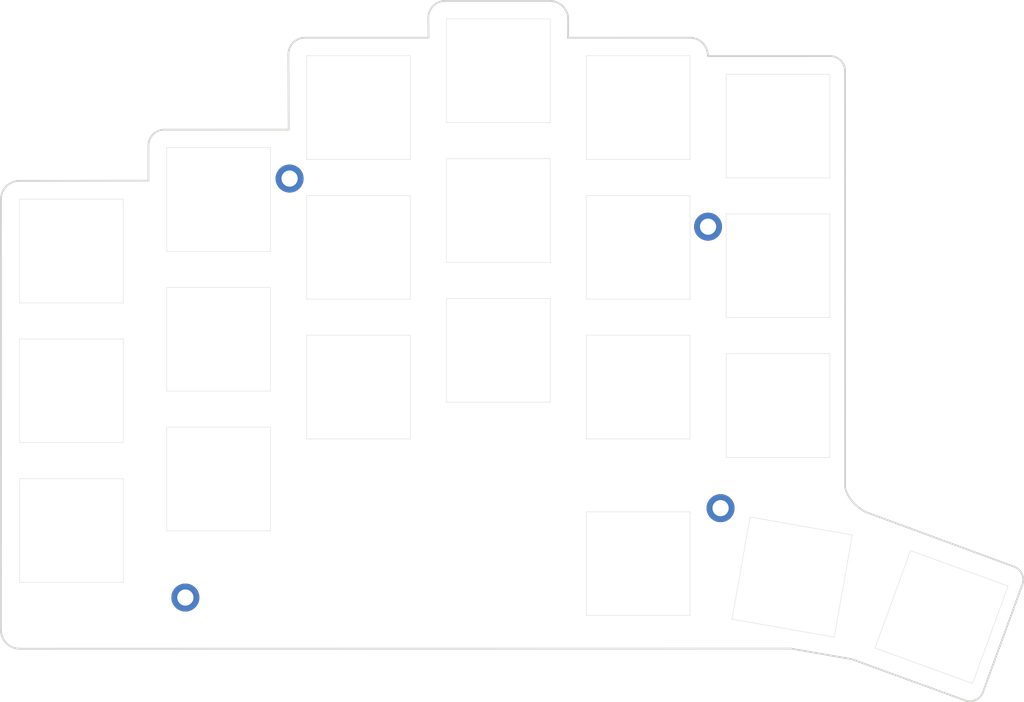
<source format=kicad_pcb>
(kicad_pcb (version 20171130) (host pcbnew "(5.1.10)-1")

  (general
    (thickness 1.6)
    (drawings 212)
    (tracks 0)
    (zones 0)
    (modules 4)
    (nets 1)
  )

  (page A4)
  (layers
    (0 F.Cu signal)
    (31 B.Cu signal)
    (32 B.Adhes user)
    (33 F.Adhes user)
    (34 B.Paste user)
    (35 F.Paste user)
    (36 B.SilkS user)
    (37 F.SilkS user)
    (38 B.Mask user)
    (39 F.Mask user)
    (40 Dwgs.User user)
    (41 Cmts.User user)
    (42 Eco1.User user)
    (43 Eco2.User user)
    (44 Edge.Cuts user)
    (45 Margin user)
    (46 B.CrtYd user)
    (47 F.CrtYd user)
    (48 B.Fab user)
    (49 F.Fab user)
  )

  (setup
    (last_trace_width 0.254)
    (trace_clearance 0.2)
    (zone_clearance 0.508)
    (zone_45_only no)
    (trace_min 0.2)
    (via_size 0.8)
    (via_drill 0.4)
    (via_min_size 0.4)
    (via_min_drill 0.3)
    (uvia_size 0.3)
    (uvia_drill 0.1)
    (uvias_allowed no)
    (uvia_min_size 0.2)
    (uvia_min_drill 0.1)
    (edge_width 0.05)
    (segment_width 0.2)
    (pcb_text_width 0.3)
    (pcb_text_size 1.5 1.5)
    (mod_edge_width 0.12)
    (mod_text_size 1 1)
    (mod_text_width 0.15)
    (pad_size 1.524 1.524)
    (pad_drill 0.762)
    (pad_to_mask_clearance 0)
    (aux_axis_origin 0 0)
    (grid_origin 145.852593 65.458404)
    (visible_elements 7FFFFFFF)
    (pcbplotparams
      (layerselection 0x010fc_ffffffff)
      (usegerberextensions false)
      (usegerberattributes true)
      (usegerberadvancedattributes true)
      (creategerberjobfile true)
      (excludeedgelayer true)
      (linewidth 0.100000)
      (plotframeref false)
      (viasonmask false)
      (mode 1)
      (useauxorigin false)
      (hpglpennumber 1)
      (hpglpenspeed 20)
      (hpglpendiameter 15.000000)
      (psnegative false)
      (psa4output false)
      (plotreference true)
      (plotvalue true)
      (plotinvisibletext false)
      (padsonsilk false)
      (subtractmaskfromsilk false)
      (outputformat 1)
      (mirror false)
      (drillshape 0)
      (scaleselection 1)
      (outputdirectory "gerbers/"))
  )

  (net 0 "")

  (net_class Default "This is the default net class."
    (clearance 0.2)
    (trace_width 0.254)
    (via_dia 0.8)
    (via_drill 0.4)
    (uvia_dia 0.3)
    (uvia_drill 0.1)
  )

  (net_class Power ""
    (clearance 0.2)
    (trace_width 0.381)
    (via_dia 0.8)
    (via_drill 0.4)
    (uvia_dia 0.3)
    (uvia_drill 0.1)
  )

  (module MountingHole:MountingHole_2.2mm_M2_DIN965_Pad (layer F.Cu) (tedit 56D1B4CB) (tstamp 61821F1C)
    (at 56.477588 112.136485)
    (descr "Mounting Hole 2.2mm, M2, DIN965")
    (tags "mounting hole 2.2mm m2 din965")
    (attr virtual)
    (fp_text reference "" (at 0 -4.2) (layer F.SilkS)
      (effects (font (size 1 1) (thickness 0.15)))
    )
    (fp_text value "" (at 0 4.2) (layer F.Fab)
      (effects (font (size 1 1) (thickness 0.15)))
    )
    (fp_circle (center 0 0) (end 1.9 0) (layer Cmts.User) (width 0.15))
    (fp_circle (center 0 0) (end 2.15 0) (layer F.CrtYd) (width 0.05))
    (fp_text user %R (at 0.3 0) (layer F.Fab)
      (effects (font (size 1 1) (thickness 0.15)))
    )
    (pad 1 thru_hole circle (at 0 0) (size 3.8 3.8) (drill 2.2) (layers *.Cu *.Mask))
  )

  (module MountingHole:MountingHole_2.2mm_M2_DIN965_Pad (layer F.Cu) (tedit 56D1B4CB) (tstamp 61821F1C)
    (at 70.637589 55.176487)
    (descr "Mounting Hole 2.2mm, M2, DIN965")
    (tags "mounting hole 2.2mm m2 din965")
    (attr virtual)
    (fp_text reference "" (at 0 -4.2) (layer F.SilkS)
      (effects (font (size 1 1) (thickness 0.15)))
    )
    (fp_text value "" (at 0 4.2) (layer F.Fab)
      (effects (font (size 1 1) (thickness 0.15)))
    )
    (fp_circle (center 0 0) (end 1.9 0) (layer Cmts.User) (width 0.15))
    (fp_circle (center 0 0) (end 2.15 0) (layer F.CrtYd) (width 0.05))
    (fp_text user %R (at 0.3 0) (layer F.Fab)
      (effects (font (size 1 1) (thickness 0.15)))
    )
    (pad 1 thru_hole circle (at 0 0) (size 3.8 3.8) (drill 2.2) (layers *.Cu *.Mask))
  )

  (module MountingHole:MountingHole_2.2mm_M2_DIN965_Pad (layer F.Cu) (tedit 56D1B4CB) (tstamp 61821F1C)
    (at 127.487585 61.716488)
    (descr "Mounting Hole 2.2mm, M2, DIN965")
    (tags "mounting hole 2.2mm m2 din965")
    (attr virtual)
    (fp_text reference "" (at 0 -4.2) (layer F.SilkS)
      (effects (font (size 1 1) (thickness 0.15)))
    )
    (fp_text value "" (at 0 4.2) (layer F.Fab)
      (effects (font (size 1 1) (thickness 0.15)))
    )
    (fp_circle (center 0 0) (end 1.9 0) (layer Cmts.User) (width 0.15))
    (fp_circle (center 0 0) (end 2.15 0) (layer F.CrtYd) (width 0.05))
    (fp_text user %R (at 0.3 0) (layer F.Fab)
      (effects (font (size 1 1) (thickness 0.15)))
    )
    (pad 1 thru_hole circle (at 0 0) (size 3.8 3.8) (drill 2.2) (layers *.Cu *.Mask))
  )

  (module MountingHole:MountingHole_2.2mm_M2_DIN965_Pad (layer F.Cu) (tedit 56D1B4CB) (tstamp 61821E14)
    (at 129.187674 99.986757)
    (descr "Mounting Hole 2.2mm, M2, DIN965")
    (tags "mounting hole 2.2mm m2 din965")
    (attr virtual)
    (fp_text reference "" (at 0 -4.2) (layer F.SilkS)
      (effects (font (size 1 1) (thickness 0.15)))
    )
    (fp_text value "" (at 0 4.2) (layer F.Fab)
      (effects (font (size 1 1) (thickness 0.15)))
    )
    (fp_circle (center 0 0) (end 1.9 0) (layer Cmts.User) (width 0.15))
    (fp_circle (center 0 0) (end 2.15 0) (layer F.CrtYd) (width 0.05))
    (fp_text user %R (at 0.3 0) (layer F.Fab)
      (effects (font (size 1 1) (thickness 0.15)))
    )
    (pad 1 thru_hole circle (at 0 0) (size 3.8 3.8) (drill 2.2) (layers *.Cu *.Mask))
  )

  (gr_line (start 154.989002 105.752329) (end 150.166518 119.001995) (layer Edge.Cuts) (width 0.05) (tstamp 61B3843E))
  (gr_line (start 150.166518 119.001995) (end 163.416184 123.824479) (layer Edge.Cuts) (width 0.05) (tstamp 61B3843D))
  (gr_line (start 168.238668 110.574813) (end 154.989002 105.752329) (layer Edge.Cuts) (width 0.05) (tstamp 61B3843C))
  (gr_line (start 163.416184 123.824479) (end 168.238668 110.574813) (layer Edge.Cuts) (width 0.05) (tstamp 61B3843B))
  (gr_line (start 133.193918 101.19129) (end 130.745479 115.077079) (layer Edge.Cuts) (width 0.05) (tstamp 61B3843E))
  (gr_line (start 130.745479 115.077079) (end 144.631268 117.525518) (layer Edge.Cuts) (width 0.05) (tstamp 61B3843D))
  (gr_line (start 147.079707 103.639729) (end 133.193918 101.19129) (layer Edge.Cuts) (width 0.05) (tstamp 61B3843C))
  (gr_line (start 144.631268 117.525518) (end 147.079707 103.639729) (layer Edge.Cuts) (width 0.05) (tstamp 61B3843B))
  (gr_line (start 129.942593 40.978404) (end 129.942593 55.078404) (layer Edge.Cuts) (width 0.05) (tstamp 61B3843E))
  (gr_line (start 129.942593 55.078404) (end 144.042593 55.078404) (layer Edge.Cuts) (width 0.05) (tstamp 61B3843D))
  (gr_line (start 144.042593 40.978404) (end 129.942593 40.978404) (layer Edge.Cuts) (width 0.05) (tstamp 61B3843C))
  (gr_line (start 144.042593 55.078404) (end 144.042593 40.978404) (layer Edge.Cuts) (width 0.05) (tstamp 61B3843B))
  (gr_line (start 129.942593 59.978404) (end 129.942593 74.078404) (layer Edge.Cuts) (width 0.05) (tstamp 61B3843E))
  (gr_line (start 129.942593 74.078404) (end 144.042593 74.078404) (layer Edge.Cuts) (width 0.05) (tstamp 61B3843D))
  (gr_line (start 144.042593 59.978404) (end 129.942593 59.978404) (layer Edge.Cuts) (width 0.05) (tstamp 61B3843C))
  (gr_line (start 144.042593 74.078404) (end 144.042593 59.978404) (layer Edge.Cuts) (width 0.05) (tstamp 61B3843B))
  (gr_line (start 129.942593 78.978404) (end 129.942593 93.078404) (layer Edge.Cuts) (width 0.05) (tstamp 61B3843E))
  (gr_line (start 129.942593 93.078404) (end 144.042593 93.078404) (layer Edge.Cuts) (width 0.05) (tstamp 61B3843D))
  (gr_line (start 144.042593 78.978404) (end 129.942593 78.978404) (layer Edge.Cuts) (width 0.05) (tstamp 61B3843C))
  (gr_line (start 144.042593 93.078404) (end 144.042593 78.978404) (layer Edge.Cuts) (width 0.05) (tstamp 61B3843B))
  (gr_line (start 110.942593 100.478404) (end 110.942593 114.578404) (layer Edge.Cuts) (width 0.05) (tstamp 61B3843E))
  (gr_line (start 110.942593 114.578404) (end 125.042593 114.578404) (layer Edge.Cuts) (width 0.05) (tstamp 61B3843D))
  (gr_line (start 125.042593 100.478404) (end 110.942593 100.478404) (layer Edge.Cuts) (width 0.05) (tstamp 61B3843C))
  (gr_line (start 125.042593 114.578404) (end 125.042593 100.478404) (layer Edge.Cuts) (width 0.05) (tstamp 61B3843B))
  (gr_line (start 110.942593 76.478404) (end 110.942593 90.578404) (layer Edge.Cuts) (width 0.05) (tstamp 61B3843E))
  (gr_line (start 110.942593 90.578404) (end 125.042593 90.578404) (layer Edge.Cuts) (width 0.05) (tstamp 61B3843D))
  (gr_line (start 125.042593 76.478404) (end 110.942593 76.478404) (layer Edge.Cuts) (width 0.05) (tstamp 61B3843C))
  (gr_line (start 125.042593 90.578404) (end 125.042593 76.478404) (layer Edge.Cuts) (width 0.05) (tstamp 61B3843B))
  (gr_line (start 110.942593 57.478404) (end 110.942593 71.578404) (layer Edge.Cuts) (width 0.05) (tstamp 61B3843E))
  (gr_line (start 110.942593 71.578404) (end 125.042593 71.578404) (layer Edge.Cuts) (width 0.05) (tstamp 61B3843D))
  (gr_line (start 125.042593 57.478404) (end 110.942593 57.478404) (layer Edge.Cuts) (width 0.05) (tstamp 61B3843C))
  (gr_line (start 125.042593 71.578404) (end 125.042593 57.478404) (layer Edge.Cuts) (width 0.05) (tstamp 61B3843B))
  (gr_line (start 110.942593 38.478404) (end 110.942593 52.578404) (layer Edge.Cuts) (width 0.05) (tstamp 61B3843E))
  (gr_line (start 110.942593 52.578404) (end 125.042593 52.578404) (layer Edge.Cuts) (width 0.05) (tstamp 61B3843D))
  (gr_line (start 125.042593 38.478404) (end 110.942593 38.478404) (layer Edge.Cuts) (width 0.05) (tstamp 61B3843C))
  (gr_line (start 125.042593 52.578404) (end 125.042593 38.478404) (layer Edge.Cuts) (width 0.05) (tstamp 61B3843B))
  (gr_line (start 91.942593 33.478404) (end 91.942593 47.578404) (layer Edge.Cuts) (width 0.05) (tstamp 61B3843E))
  (gr_line (start 91.942593 47.578404) (end 106.042593 47.578404) (layer Edge.Cuts) (width 0.05) (tstamp 61B3843D))
  (gr_line (start 106.042593 33.478404) (end 91.942593 33.478404) (layer Edge.Cuts) (width 0.05) (tstamp 61B3843C))
  (gr_line (start 106.042593 47.578404) (end 106.042593 33.478404) (layer Edge.Cuts) (width 0.05) (tstamp 61B3843B))
  (gr_line (start 91.942593 52.478404) (end 91.942593 66.578404) (layer Edge.Cuts) (width 0.05) (tstamp 61B3843E))
  (gr_line (start 91.942593 66.578404) (end 106.042593 66.578404) (layer Edge.Cuts) (width 0.05) (tstamp 61B3843D))
  (gr_line (start 106.042593 52.478404) (end 91.942593 52.478404) (layer Edge.Cuts) (width 0.05) (tstamp 61B3843C))
  (gr_line (start 106.042593 66.578404) (end 106.042593 52.478404) (layer Edge.Cuts) (width 0.05) (tstamp 61B3843B))
  (gr_line (start 91.942593 71.478404) (end 91.942593 85.578404) (layer Edge.Cuts) (width 0.05) (tstamp 61B3843E))
  (gr_line (start 91.942593 85.578404) (end 106.042593 85.578404) (layer Edge.Cuts) (width 0.05) (tstamp 61B3843D))
  (gr_line (start 106.042593 71.478404) (end 91.942593 71.478404) (layer Edge.Cuts) (width 0.05) (tstamp 61B3843C))
  (gr_line (start 106.042593 85.578404) (end 106.042593 71.478404) (layer Edge.Cuts) (width 0.05) (tstamp 61B3843B))
  (gr_line (start 72.942593 76.478404) (end 72.942593 90.578404) (layer Edge.Cuts) (width 0.05) (tstamp 61B3843E))
  (gr_line (start 72.942593 90.578404) (end 87.042593 90.578404) (layer Edge.Cuts) (width 0.05) (tstamp 61B3843D))
  (gr_line (start 87.042593 76.478404) (end 72.942593 76.478404) (layer Edge.Cuts) (width 0.05) (tstamp 61B3843C))
  (gr_line (start 87.042593 90.578404) (end 87.042593 76.478404) (layer Edge.Cuts) (width 0.05) (tstamp 61B3843B))
  (gr_line (start 72.942593 57.478404) (end 72.942593 71.578404) (layer Edge.Cuts) (width 0.05) (tstamp 61B3843E))
  (gr_line (start 72.942593 71.578404) (end 87.042593 71.578404) (layer Edge.Cuts) (width 0.05) (tstamp 61B3843D))
  (gr_line (start 87.042593 57.478404) (end 72.942593 57.478404) (layer Edge.Cuts) (width 0.05) (tstamp 61B3843C))
  (gr_line (start 87.042593 71.578404) (end 87.042593 57.478404) (layer Edge.Cuts) (width 0.05) (tstamp 61B3843B))
  (gr_line (start 72.942593 38.478404) (end 72.942593 52.578404) (layer Edge.Cuts) (width 0.05) (tstamp 61B3843E))
  (gr_line (start 72.942593 52.578404) (end 87.042593 52.578404) (layer Edge.Cuts) (width 0.05) (tstamp 61B3843D))
  (gr_line (start 87.042593 38.478404) (end 72.942593 38.478404) (layer Edge.Cuts) (width 0.05) (tstamp 61B3843C))
  (gr_line (start 87.042593 52.578404) (end 87.042593 38.478404) (layer Edge.Cuts) (width 0.05) (tstamp 61B3843B))
  (gr_line (start 53.942593 88.978404) (end 53.942593 103.078404) (layer Edge.Cuts) (width 0.05) (tstamp 61B3843E))
  (gr_line (start 53.942593 103.078404) (end 68.042593 103.078404) (layer Edge.Cuts) (width 0.05) (tstamp 61B3843D))
  (gr_line (start 68.042593 88.978404) (end 53.942593 88.978404) (layer Edge.Cuts) (width 0.05) (tstamp 61B3843C))
  (gr_line (start 68.042593 103.078404) (end 68.042593 88.978404) (layer Edge.Cuts) (width 0.05) (tstamp 61B3843B))
  (gr_line (start 53.942593 69.978404) (end 53.942593 84.078404) (layer Edge.Cuts) (width 0.05) (tstamp 61B3843E))
  (gr_line (start 53.942593 84.078404) (end 68.042593 84.078404) (layer Edge.Cuts) (width 0.05) (tstamp 61B3843D))
  (gr_line (start 68.042593 69.978404) (end 53.942593 69.978404) (layer Edge.Cuts) (width 0.05) (tstamp 61B3843C))
  (gr_line (start 68.042593 84.078404) (end 68.042593 69.978404) (layer Edge.Cuts) (width 0.05) (tstamp 61B3843B))
  (gr_line (start 53.942593 50.978404) (end 53.942593 65.078404) (layer Edge.Cuts) (width 0.05) (tstamp 61B3843E))
  (gr_line (start 53.942593 65.078404) (end 68.042593 65.078404) (layer Edge.Cuts) (width 0.05) (tstamp 61B3843D))
  (gr_line (start 68.042593 50.978404) (end 53.942593 50.978404) (layer Edge.Cuts) (width 0.05) (tstamp 61B3843C))
  (gr_line (start 68.042593 65.078404) (end 68.042593 50.978404) (layer Edge.Cuts) (width 0.05) (tstamp 61B3843B))
  (gr_line (start 33.942593 57.978404) (end 33.942593 72.078404) (layer Edge.Cuts) (width 0.05) (tstamp 61B3843E))
  (gr_line (start 33.942593 72.078404) (end 48.042593 72.078404) (layer Edge.Cuts) (width 0.05) (tstamp 61B3843D))
  (gr_line (start 48.042593 57.978404) (end 33.942593 57.978404) (layer Edge.Cuts) (width 0.05) (tstamp 61B3843C))
  (gr_line (start 48.042593 72.078404) (end 48.042593 57.978404) (layer Edge.Cuts) (width 0.05) (tstamp 61B3843B))
  (gr_line (start 33.942593 76.978404) (end 33.942593 91.078404) (layer Edge.Cuts) (width 0.05) (tstamp 61B3843E))
  (gr_line (start 33.942593 91.078404) (end 48.042593 91.078404) (layer Edge.Cuts) (width 0.05) (tstamp 61B3843D))
  (gr_line (start 48.042593 76.978404) (end 33.942593 76.978404) (layer Edge.Cuts) (width 0.05) (tstamp 61B3843C))
  (gr_line (start 48.042593 91.078404) (end 48.042593 76.978404) (layer Edge.Cuts) (width 0.05) (tstamp 61B3843B))
  (gr_line (start 48.052593 95.978404) (end 33.952593 95.978404) (layer Edge.Cuts) (width 0.05) (tstamp 61B38432))
  (gr_line (start 48.052593 110.078404) (end 48.052593 95.978404) (layer Edge.Cuts) (width 0.05))
  (gr_line (start 33.952593 110.078404) (end 48.052593 110.078404) (layer Edge.Cuts) (width 0.05))
  (gr_line (start 33.952593 95.978404) (end 33.952593 110.078404) (layer Edge.Cuts) (width 0.05))
  (gr_curve (pts (xy 148.900593 100.510404) (xy 147.62539 99.825266) (xy 146.480177 98.679288) (xy 146.106593 97.208404)) (layer Edge.Cuts) (width 0.25) (tstamp 61B37F8D))
  (gr_curve (pts (xy 45.956993 114.572987) (xy 45.931593 114.634371) (xy 45.906193 114.697871) (xy 45.887143 114.761371)) (layer F.SilkS) (width 0.00192))
  (gr_curve (pts (xy 44.97486 116.406021) (xy 44.553643 116.617687) (xy 43.817043 116.566887) (xy 43.37466 116.010204)) (layer F.SilkS) (width 0.00192))
  (gr_curve (pts (xy 42.32056 115.174121) (xy 42.324793 115.88532) (xy 41.759643 116.490687) (xy 41.046326 116.535137)) (layer F.SilkS) (width 0.00192))
  (gr_curve (pts (xy 46.534843 113.825804) (xy 46.699943 113.770771) (xy 46.869276 113.743254) (xy 47.042843 113.760187)) (layer F.SilkS) (width 0.00192))
  (gr_curve (pts (xy 45.899843 115.989037) (xy 45.497676 115.470454) (xy 45.52731 114.807937) (xy 45.840576 114.354971)) (layer F.SilkS) (width 0.00192))
  (gr_curve (pts (xy 39.579476 115.267254) (xy 39.524443 114.473504) (xy 40.140393 113.836387) (xy 40.87276 113.796171)) (layer F.SilkS) (width 0.00192))
  (gr_curve (pts (xy 45.887143 114.761371) (xy 45.868093 114.829104) (xy 45.855393 114.898954) (xy 45.84481 114.966687)) (layer F.SilkS) (width 0.00192))
  (gr_curve (pts (xy 46.481926 113.976087) (xy 46.424776 114.012071) (xy 46.369743 114.050171) (xy 46.318943 114.094621)) (layer F.SilkS) (width 0.00192))
  (gr_curve (pts (xy 38.512676 116.048304) (xy 38.04066 116.624037) (xy 37.299826 116.638854) (xy 36.933643 116.448354)) (layer F.SilkS) (width 0.00192))
  (gr_curve (pts (xy 43.37466 116.010204) (xy 42.951326 115.476804) (xy 42.985193 114.729621) (xy 43.41911 114.238554)) (layer F.SilkS) (width 0.00192))
  (gr_curve (pts (xy 46.668193 113.878721) (xy 46.604693 113.910471) (xy 46.541193 113.940104) (xy 46.481926 113.976087)) (layer F.SilkS) (width 0.00192))
  (gr_curve (pts (xy 36.933643 116.448354) (xy 36.937876 116.427187) (xy 36.95481 116.420837) (xy 36.971743 116.410254)) (layer F.SilkS) (width 0.00192))
  (gr_curve (pts (xy 43.41911 114.238554) (xy 43.88901 113.707271) (xy 44.61291 113.703037) (xy 44.960043 113.893537)) (layer F.SilkS) (width 0.00192))
  (gr_curve (pts (xy 40.87276 113.796171) (xy 41.61571 113.753837) (xy 42.322676 114.342271) (xy 42.32056 115.174121)) (layer F.SilkS) (width 0.00192))
  (gr_curve (pts (xy 41.046326 116.535137) (xy 40.210243 116.590171) (xy 39.623926 115.940354) (xy 39.579476 115.267254)) (layer F.SilkS) (width 0.00192))
  (gr_curve (pts (xy 44.80976 113.999371) (xy 44.602326 114.156004) (xy 44.46686 114.363437) (xy 44.40336 114.613204)) (layer F.SilkS) (width 0.00192))
  (gr_curve (pts (xy 34.819093 113.823687) (xy 34.96726 113.791937) (xy 35.109077 113.815221) (xy 35.250893 113.851204)) (layer F.SilkS) (width 0.00192))
  (gr_line (start 36.933643 116.448354) (end 36.933643 116.448354) (layer F.SilkS) (width 0.00192))
  (gr_line (start 44.960043 113.893537) (end 44.960043 113.893537) (layer F.SilkS) (width 0.00192))
  (gr_curve (pts (xy 37.464926 114.594154) (xy 37.382376 114.333804) (xy 37.21516 114.134837) (xy 36.99291 113.982437)) (layer F.SilkS) (width 0.00192))
  (gr_curve (pts (xy 44.424526 115.743504) (xy 44.49861 115.978454) (xy 44.640426 116.166837) (xy 44.839393 116.310771)) (layer F.SilkS) (width 0.00192))
  (gr_curve (pts (xy 35.725026 114.312637) (xy 35.490076 114.033237) (xy 35.181043 113.876604) (xy 34.819093 113.823687)) (layer F.SilkS) (width 0.00192))
  (gr_curve (pts (xy 45.84481 114.966687) (xy 45.834226 115.034421) (xy 45.834226 115.100037) (xy 45.83846 115.16777)) (layer F.SilkS) (width 0.00192))
  (gr_curve (pts (xy 46.052243 114.395187) (xy 46.014143 114.450221) (xy 45.982393 114.509487) (xy 45.956993 114.572987)) (layer F.SilkS) (width 0.00192))
  (gr_curve (pts (xy 46.17501 114.236437) (xy 46.13056 114.287237) (xy 46.090343 114.342271) (xy 46.052243 114.395187)) (layer F.SilkS) (width 0.00192))
  (gr_curve (pts (xy 47.042843 113.760187) (xy 46.98781 113.800404) (xy 46.920076 113.794054) (xy 46.858693 113.813104)) (layer F.SilkS) (width 0.00192))
  (gr_curve (pts (xy 36.92306 113.927404) (xy 37.276543 113.73902) (xy 37.998326 113.732671) (xy 38.48516 114.291471)) (layer F.SilkS) (width 0.00192))
  (gr_curve (pts (xy 45.840576 114.354971) (xy 46.014143 114.103087) (xy 46.24486 113.923171) (xy 46.534843 113.825804)) (layer F.SilkS) (width 0.00192))
  (gr_curve (pts (xy 44.839393 116.310771) (xy 44.881726 116.342521) (xy 44.928293 116.372154) (xy 44.97486 116.406021)) (layer F.SilkS) (width 0.00192))
  (gr_curve (pts (xy 44.40336 114.613204) (xy 44.30811 114.992087) (xy 44.30811 115.368854) (xy 44.424526 115.743504)) (layer F.SilkS) (width 0.00192))
  (gr_curve (pts (xy 47.072476 116.488571) (xy 46.74651 116.562654) (xy 46.20676 116.386971) (xy 45.899843 115.989037)) (layer F.SilkS) (width 0.00192))
  (gr_curve (pts (xy 37.51361 115.608037) (xy 37.57711 115.267254) (xy 37.57076 114.926471) (xy 37.464926 114.594154)) (layer F.SilkS) (width 0.00192))
  (gr_line (start 42.32056 115.174121) (end 42.32056 115.174121) (layer F.SilkS) (width 0.00192))
  (gr_line (start 34.83391 116.547837) (end 34.83391 116.547837) (layer F.SilkS) (width 0.00192))
  (gr_curve (pts (xy 34.83391 116.547837) (xy 35.661526 116.422954) (xy 36.01501 115.771021) (xy 36.04676 115.288421)) (layer F.SilkS) (width 0.00192))
  (gr_curve (pts (xy 45.85751 115.368854) (xy 45.96546 115.931887) (xy 46.39726 116.401787) (xy 47.072476 116.488571)) (layer F.SilkS) (width 0.00192))
  (gr_curve (pts (xy 46.318943 114.094621) (xy 46.268143 114.13907) (xy 46.21946 114.185637) (xy 46.17501 114.236437)) (layer F.SilkS) (width 0.00192))
  (gr_curve (pts (xy 44.960043 113.893537) (xy 44.90501 113.931637) (xy 44.856326 113.963387) (xy 44.80976 113.999371)) (layer F.SilkS) (width 0.00192))
  (gr_curve (pts (xy 45.83846 115.16777) (xy 45.842693 115.235504) (xy 45.84481 115.303237) (xy 45.85751 115.368854)) (layer F.SilkS) (width 0.00192))
  (gr_curve (pts (xy 38.48516 114.291471) (xy 38.908493 114.778304) (xy 38.921193 115.544537) (xy 38.512676 116.048304)) (layer F.SilkS) (width 0.00192))
  (gr_line (start 47.072476 116.488571) (end 47.072476 116.488571) (layer F.SilkS) (width 0.00192))
  (gr_curve (pts (xy 36.99291 113.982437) (xy 36.969626 113.965504) (xy 36.937876 113.957037) (xy 36.92306 113.927404)) (layer F.SilkS) (width 0.00192))
  (gr_curve (pts (xy 46.858693 113.813104) (xy 46.795193 113.834271) (xy 46.729576 113.849087) (xy 46.668193 113.878721)) (layer F.SilkS) (width 0.00192))
  (gr_curve (pts (xy 36.006543 116.018671) (xy 35.67846 116.463171) (xy 35.11331 116.621921) (xy 34.83391 116.547837)) (layer F.SilkS) (width 0.00192))
  (gr_curve (pts (xy 36.971743 116.410254) (xy 37.27866 116.228221) (xy 37.45011 115.950937) (xy 37.51361 115.608037)) (layer F.SilkS) (width 0.00192))
  (gr_curve (pts (xy 36.04676 115.288421) (xy 36.070043 114.920121) (xy 35.962093 114.592037) (xy 35.725026 114.312637)) (layer F.SilkS) (width 0.00192))
  (gr_curve (pts (xy 35.98326 114.325337) (xy 36.374843 114.814287) (xy 36.391776 115.502204) (xy 36.006543 116.018671)) (layer F.SilkS) (width 0.00192))
  (gr_curve (pts (xy 35.250893 113.851204) (xy 35.547226 113.927404) (xy 35.79276 114.086154) (xy 35.98326 114.325337)) (layer F.SilkS) (width 0.00192))
  (gr_curve (pts (xy 45.910426 115.997504) (xy 45.508259 115.478921) (xy 45.537893 114.816404) (xy 45.851159 114.363438)) (layer B.SilkS) (width 0.00192))
  (gr_curve (pts (xy 44.970626 113.902004) (xy 44.915593 113.940104) (xy 44.866909 113.971854) (xy 44.820343 114.007838)) (layer B.SilkS) (width 0.00192))
  (gr_curve (pts (xy 35.735609 114.321104) (xy 35.500659 114.041704) (xy 35.191626 113.885071) (xy 34.829676 113.832154)) (layer B.SilkS) (width 0.00192))
  (gr_curve (pts (xy 46.545426 113.834271) (xy 46.710526 113.779238) (xy 46.879859 113.751721) (xy 47.053426 113.768654)) (layer B.SilkS) (width 0.00192))
  (gr_curve (pts (xy 36.944226 116.456821) (xy 36.948459 116.435654) (xy 36.965393 116.429304) (xy 36.982326 116.418721)) (layer B.SilkS) (width 0.00192))
  (gr_curve (pts (xy 46.329526 114.103088) (xy 46.278726 114.147537) (xy 46.230043 114.194104) (xy 46.185593 114.244904)) (layer B.SilkS) (width 0.00192))
  (gr_curve (pts (xy 36.982326 116.418721) (xy 37.289243 116.236688) (xy 37.460693 115.959404) (xy 37.524193 115.616504)) (layer B.SilkS) (width 0.00192))
  (gr_curve (pts (xy 46.492509 113.984554) (xy 46.435359 114.020538) (xy 46.380326 114.058638) (xy 46.329526 114.103088)) (layer B.SilkS) (width 0.00192))
  (gr_line (start 42.331143 115.182588) (end 42.331143 115.182588) (layer B.SilkS) (width 0.00192))
  (gr_line (start 36.944226 116.456821) (end 36.944226 116.456821) (layer B.SilkS) (width 0.00192))
  (gr_curve (pts (xy 47.053426 113.768654) (xy 46.998393 113.808871) (xy 46.930659 113.802521) (xy 46.869276 113.821571)) (layer B.SilkS) (width 0.00192))
  (gr_curve (pts (xy 41.056909 116.543604) (xy 40.220826 116.598638) (xy 39.634509 115.948821) (xy 39.590059 115.275721)) (layer B.SilkS) (width 0.00192))
  (gr_curve (pts (xy 44.985443 116.414488) (xy 44.564226 116.626154) (xy 43.827626 116.575354) (xy 43.385243 116.018671)) (layer B.SilkS) (width 0.00192))
  (gr_line (start 34.844493 116.556304) (end 34.844493 116.556304) (layer B.SilkS) (width 0.00192))
  (gr_curve (pts (xy 36.057343 115.296888) (xy 36.080626 114.928588) (xy 35.972676 114.600504) (xy 35.735609 114.321104)) (layer B.SilkS) (width 0.00192))
  (gr_curve (pts (xy 45.851159 114.363438) (xy 46.024726 114.111554) (xy 46.255443 113.931638) (xy 46.545426 113.834271)) (layer B.SilkS) (width 0.00192))
  (gr_curve (pts (xy 44.849976 116.319238) (xy 44.892309 116.350988) (xy 44.938876 116.380621) (xy 44.985443 116.414488)) (layer B.SilkS) (width 0.00192))
  (gr_curve (pts (xy 45.855393 114.975154) (xy 45.844809 115.042888) (xy 45.844809 115.108504) (xy 45.849043 115.176237)) (layer B.SilkS) (width 0.00192))
  (gr_curve (pts (xy 46.678776 113.887188) (xy 46.615276 113.918938) (xy 46.551776 113.948571) (xy 46.492509 113.984554)) (layer B.SilkS) (width 0.00192))
  (gr_curve (pts (xy 38.495743 114.299938) (xy 38.919076 114.786771) (xy 38.931776 115.553004) (xy 38.523259 116.056771)) (layer B.SilkS) (width 0.00192))
  (gr_curve (pts (xy 35.261476 113.859671) (xy 35.557809 113.935871) (xy 35.803343 114.094621) (xy 35.993843 114.333804)) (layer B.SilkS) (width 0.00192))
  (gr_curve (pts (xy 45.868093 115.377321) (xy 45.976043 115.940354) (xy 46.407843 116.410254) (xy 47.083059 116.497038)) (layer B.SilkS) (width 0.00192))
  (gr_line (start 44.970626 113.902004) (end 44.970626 113.902004) (layer B.SilkS) (width 0.00192))
  (gr_curve (pts (xy 46.062826 114.403654) (xy 46.024726 114.458688) (xy 45.992976 114.517954) (xy 45.967576 114.581454)) (layer B.SilkS) (width 0.00192))
  (gr_curve (pts (xy 39.590059 115.275721) (xy 39.535026 114.481971) (xy 40.150976 113.844854) (xy 40.883343 113.804638)) (layer B.SilkS) (width 0.00192))
  (gr_curve (pts (xy 40.883343 113.804638) (xy 41.626293 113.762304) (xy 42.333259 114.350738) (xy 42.331143 115.182588)) (layer B.SilkS) (width 0.00192))
  (gr_curve (pts (xy 37.475509 114.602621) (xy 37.392959 114.342271) (xy 37.225743 114.143304) (xy 37.003493 113.990904)) (layer B.SilkS) (width 0.00192))
  (gr_curve (pts (xy 43.429693 114.247021) (xy 43.899593 113.715738) (xy 44.623493 113.711504) (xy 44.970626 113.902004)) (layer B.SilkS) (width 0.00192))
  (gr_curve (pts (xy 35.993843 114.333804) (xy 36.385426 114.822754) (xy 36.402359 115.510671) (xy 36.017126 116.027138)) (layer B.SilkS) (width 0.00192))
  (gr_curve (pts (xy 44.413943 114.621671) (xy 44.318693 115.000554) (xy 44.318693 115.377321) (xy 44.435109 115.751971)) (layer B.SilkS) (width 0.00192))
  (gr_curve (pts (xy 44.820343 114.007838) (xy 44.612909 114.164471) (xy 44.477443 114.371904) (xy 44.413943 114.621671)) (layer B.SilkS) (width 0.00192))
  (gr_curve (pts (xy 47.083059 116.497038) (xy 46.757093 116.571121) (xy 46.217343 116.395438) (xy 45.910426 115.997504)) (layer B.SilkS) (width 0.00192))
  (gr_curve (pts (xy 46.869276 113.821571) (xy 46.805776 113.842738) (xy 46.740159 113.857554) (xy 46.678776 113.887188)) (layer B.SilkS) (width 0.00192))
  (gr_line (start 47.083059 116.497038) (end 47.083059 116.497038) (layer B.SilkS) (width 0.00192))
  (gr_curve (pts (xy 45.849043 115.176237) (xy 45.853276 115.243971) (xy 45.855393 115.311704) (xy 45.868093 115.377321)) (layer B.SilkS) (width 0.00192))
  (gr_curve (pts (xy 45.897726 114.769838) (xy 45.878676 114.837571) (xy 45.865976 114.907421) (xy 45.855393 114.975154)) (layer B.SilkS) (width 0.00192))
  (gr_curve (pts (xy 42.331143 115.182588) (xy 42.335376 115.893787) (xy 41.770226 116.499154) (xy 41.056909 116.543604)) (layer B.SilkS) (width 0.00192))
  (gr_curve (pts (xy 45.967576 114.581454) (xy 45.942176 114.642838) (xy 45.916776 114.706338) (xy 45.897726 114.769838)) (layer B.SilkS) (width 0.00192))
  (gr_curve (pts (xy 46.185593 114.244904) (xy 46.141143 114.295704) (xy 46.100926 114.350738) (xy 46.062826 114.403654)) (layer B.SilkS) (width 0.00192))
  (gr_curve (pts (xy 36.933643 113.935871) (xy 37.287126 113.747487) (xy 38.008909 113.741138) (xy 38.495743 114.299938)) (layer B.SilkS) (width 0.00192))
  (gr_curve (pts (xy 43.385243 116.018671) (xy 42.961909 115.485271) (xy 42.995776 114.738088) (xy 43.429693 114.247021)) (layer B.SilkS) (width 0.00192))
  (gr_curve (pts (xy 44.435109 115.751971) (xy 44.509193 115.986921) (xy 44.651009 116.175304) (xy 44.849976 116.319238)) (layer B.SilkS) (width 0.00192))
  (gr_curve (pts (xy 38.523259 116.056771) (xy 38.051243 116.632504) (xy 37.310409 116.647321) (xy 36.944226 116.456821)) (layer B.SilkS) (width 0.00192))
  (gr_curve (pts (xy 37.003493 113.990904) (xy 36.980209 113.973971) (xy 36.948459 113.965504) (xy 36.933643 113.935871)) (layer B.SilkS) (width 0.00192))
  (gr_curve (pts (xy 37.524193 115.616504) (xy 37.587693 115.275721) (xy 37.581343 114.934938) (xy 37.475509 114.602621)) (layer B.SilkS) (width 0.00192))
  (gr_curve (pts (xy 34.829676 113.832154) (xy 34.977843 113.800404) (xy 35.11966 113.823688) (xy 35.261476 113.859671)) (layer B.SilkS) (width 0.00192))
  (gr_curve (pts (xy 36.017126 116.027138) (xy 35.689043 116.471638) (xy 35.123893 116.630388) (xy 34.844493 116.556304)) (layer B.SilkS) (width 0.00192))
  (gr_curve (pts (xy 34.844493 116.556304) (xy 35.672109 116.431421) (xy 36.025593 115.779488) (xy 36.057343 115.296888)) (layer B.SilkS) (width 0.00192))
  (gr_line (start 127.462596 38.525458) (end 144.074593 38.521704) (layer Edge.Cuts) (width 0.25) (tstamp 61A1B152))
  (gr_curve (pts (xy 33.976667 119.098131) (xy 32.56339 119.097266) (xy 31.418177 117.951288) (xy 31.418282 116.538009)) (layer Edge.Cuts) (width 0.25) (tstamp 61A1B14B))
  (gr_line (start 162.413393 126.126304) (end 146.983414 120.510248) (layer Edge.Cuts) (width 0.25) (tstamp 61A1B14A))
  (gr_line (start 146.983414 120.510248) (end 138.740593 119.076352) (layer Edge.Cuts) (width 0.25) (tstamp 61A1B148))
  (gr_line (start 31.418282 116.538009) (end 31.422229 57.997936) (layer Edge.Cuts) (width 0.25) (tstamp 61A1B147))
  (gr_line (start 138.740593 119.076352) (end 33.976667 119.098131) (layer Edge.Cuts) (width 0.25) (tstamp 61A1B146))
  (gr_curve (pts (xy 31.422229 57.997936) (xy 31.422323 56.612882) (xy 32.543542 55.489274) (xy 33.928589 55.486229)) (layer Edge.Cuts) (width 0.25) (tstamp 61A1B141))
  (gr_line (start 89.511871 36.027018) (end 89.484135 33.331526) (layer Edge.Cuts) (width 0.25) (tstamp 61A1B13F))
  (gr_line (start 70.511889 48.525643) (end 70.471881 38.284649) (layer Edge.Cuts) (width 0.25) (tstamp 61A1B13E))
  (gr_curve (pts (xy 106.005278 31.025537) (xy 106.667658 31.025516) (xy 107.30254 31.290364) (xy 107.768538 31.761096)) (layer Edge.Cuts) (width 0.25) (tstamp 61A1B13D))
  (gr_line (start 51.459396 55.458404) (end 51.460425 50.682975) (layer Edge.Cuts) (width 0.25) (tstamp 61A1B13C))
  (gr_curve (pts (xy 126.761564 36.762361) (xy 127.222694 37.232854) (xy 127.475073 37.869129) (xy 127.461814 38.527787)) (layer Edge.Cuts) (width 0.25) (tstamp 61A1B13B))
  (gr_line (start 72.720645 36.027071) (end 89.511871 36.027018) (layer Edge.Cuts) (width 0.25) (tstamp 61A1B13A))
  (gr_curve (pts (xy 71.127405 36.688835) (xy 71.549388 36.265206) (xy 72.122705 36.027067) (xy 72.720645 36.027071)) (layer Edge.Cuts) (width 0.25) (tstamp 61A1B139))
  (gr_line (start 91.765892 31.026073) (end 106.005278 31.025537) (layer Edge.Cuts) (width 0.25) (tstamp 61A1B136))
  (gr_curve (pts (xy 51.460425 50.682975) (xy 51.46053 49.491857) (xy 52.426121 48.526319) (xy 53.617224 48.526272)) (layer Edge.Cuts) (width 0.25) (tstamp 61A1B135))
  (gr_line (start 33.928589 55.486229) (end 51.459396 55.458404) (layer Edge.Cuts) (width 0.25) (tstamp 61A1B134))
  (gr_line (start 108.486229 33.531712) (end 108.460889 36.027407) (layer Edge.Cuts) (width 0.25) (tstamp 61A1B132))
  (gr_curve (pts (xy 125.010556 36.02679) (xy 125.669347 36.026759) (xy 126.300428 36.291867) (xy 126.761564 36.762361)) (layer Edge.Cuts) (width 0.25) (tstamp 61A1B131))
  (gr_curve (pts (xy 107.768538 31.761096) (xy 108.234539 32.231831) (xy 108.492955 32.869372) (xy 108.486229 33.531712)) (layer Edge.Cuts) (width 0.25) (tstamp 61A1B130))
  (gr_curve (pts (xy 90.144071 31.702802) (xy 90.572656 31.269764) (xy 91.156625 31.026097) (xy 91.765892 31.026073)) (layer Edge.Cuts) (width 0.25) (tstamp 61A1B12F))
  (gr_curve (pts (xy 70.471881 38.284649) (xy 70.469542 37.686721) (xy 70.705435 37.112471) (xy 71.127405 36.688835)) (layer Edge.Cuts) (width 0.25) (tstamp 61A1B12E))
  (gr_line (start 108.460889 36.027407) (end 125.010556 36.02679) (layer Edge.Cuts) (width 0.25) (tstamp 61A1B12D))
  (gr_curve (pts (xy 89.484135 33.331526) (xy 89.477863 32.722285) (xy 89.715482 32.135838) (xy 90.144071 31.702802)) (layer Edge.Cuts) (width 0.25) (tstamp 61A1B12C))
  (gr_line (start 53.617224 48.526272) (end 70.511889 48.525643) (layer Edge.Cuts) (width 0.25) (tstamp 61A1B12B))
  (gr_line (start 169.055493 107.939904) (end 148.900593 100.510404) (layer Edge.Cuts) (width 0.25))
  (gr_line (start 164.836161 124.9926) (end 170.189197 110.362672) (layer Edge.Cuts) (width 0.25) (tstamp 61A1D0DF))
  (gr_curve (pts (xy 169.055493 107.939904) (xy 170.036565 108.296985) (xy 170.543651 109.380647) (xy 170.189197 110.362672)) (layer Edge.Cuts) (width 0.25) (tstamp 61A1D0C8))
  (gr_curve (pts (xy 164.836161 124.9926) (xy 164.47908 125.973672) (xy 163.395418 126.480758) (xy 162.413393 126.126304)) (layer Edge.Cuts) (width 0.25) (tstamp 61A1D0C8))
  (gr_curve (pts (xy 144.074593 38.521704) (xy 145.198592 38.521704) (xy 146.109796 39.432842) (xy 146.096972 40.572992)) (layer Edge.Cuts) (width 0.25))
  (gr_line (start 146.096972 40.572992) (end 146.106593 97.208404) (layer Edge.Cuts) (width 0.25))

)

</source>
